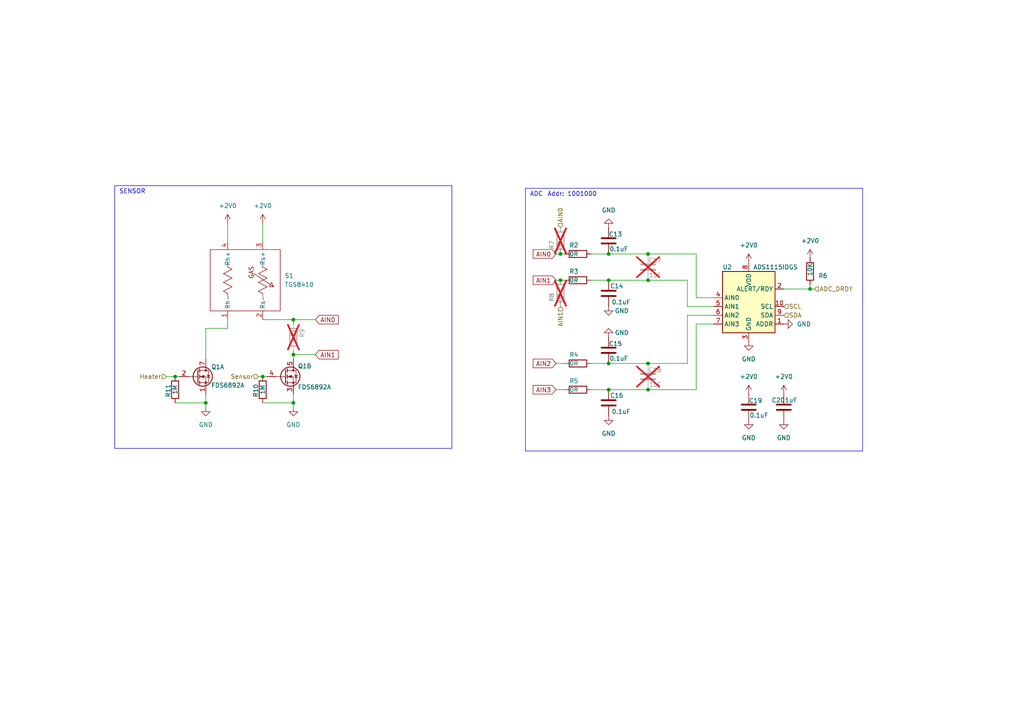
<source format=kicad_sch>
(kicad_sch (version 20231120) (generator "eeschema") (generator_version "8.0")
  (paper "A4")
  (lib_symbols
    (symbol "Analog_ADC:ADS1115IDGS"
      (property "Reference" "U" (at 2.54 13.97 0))
      (property "Value" "ADS1115IDGS" (at 7.62 11.43 0))
      (symbol "ADS1115IDGS_0_1"
        (rectangle (start -7.62 10.16) (end 7.62 -7.62) (stroke (width 0.254)) (fill (type background)))
      )
      (symbol "ADS1115IDGS_1_1"
        (pin input line (at 10.16 -5.08 180) (length 2.54) (name "ADDR") (number "1"))
        (pin input line (at 10.16 0 180) (length 2.54) (name "SCL") (number "10"))
        (pin output line (at 10.16 5.08 180) (length 2.54) (name "ALERT/RDY") (number "2"))
        (pin power_in line (at 0 -10.16 90) (length 2.54) (name "GND") (number "3"))
        (pin input line (at -10.16 2.54 0) (length 2.54) (name "AIN0") (number "4"))
        (pin input line (at -10.16 0 0) (length 2.54) (name "AIN1") (number "5"))
        (pin input line (at -10.16 -2.54 0) (length 2.54) (name "AIN2") (number "6"))
        (pin input line (at -10.16 -5.08 0) (length 2.54) (name "AIN3") (number "7"))
        (pin power_in line (at 0 12.7 270) (length 2.54) (name "VDD") (number "8"))
        (pin bidirectional line (at 10.16 -2.54 180) (length 2.54) (name "SDA") (number "9"))
      )
    )
    (symbol "Library:C" (pin_numbers hide) (pin_names (offset 0.254))
      (property "Reference" "C" (at 0.635 2.54 0))
      (property "Value" "C" (at 0.635 -2.54 0))
      (symbol "C_0_1"
        (polyline (pts (xy -2.032 -0.762) (xy 2.032 -0.762)) (stroke (width 0.508)))
        (polyline (pts (xy -2.032 0.762) (xy 2.032 0.762)) (stroke (width 0.508)))
      )
      (symbol "C_1_1"
        (pin passive line (at 0 3.81 270) (length 2.794) (name "~") (number "1"))
        (pin passive line (at 0 -3.81 90) (length 2.794) (name "~") (number "2"))
      )
    )
    (symbol "Library:R" (pin_numbers hide) (pin_names (offset 0))
      (property "Reference" "R" (at 2.032 0 90))
      (property "Value" "R" (at 0 0 90))
      (symbol "R_0_1"
        (rectangle (start -1.016 -2.54) (end 1.016 2.54) (stroke (width 0.254)))
      )
      (symbol "R_1_1"
        (pin passive line (at 0 3.81 270) (length 1.27) (name "~") (number "1"))
        (pin passive line (at 0 -3.81 90) (length 1.27) (name "~") (number "2"))
      )
    )
    (symbol "Methansense:TGS8410"
      (property "Reference" "S" (at -8.128 11.176 0))
      (property "Value" "TGS8410" (at 0 0 0))
      (symbol "TGS8410_0_1"
        (rectangle (start -8.89 10.16) (end 8.89 -10.16))
        (polyline (pts (xy -1.905 2.54) (xy 1.905 8.255) (xy 0.635 7.62) (xy 1.905 6.985) (xy 1.905 8.255)))
        (polyline (pts (xy -3.81 -5.08) (xy -4.445 -5.08) (xy -3.81 -5.08) (xy -3.81 -5.08) (xy -3.175 -3.81) (xy -1.905 -6.35) (xy -0.635 -3.81) (xy 0.635 -6.35) (xy 1.905 -3.81) (xy 3.175 -6.35) (xy 3.81 -5.08) (xy 3.81 -5.08) (xy 4.445 -5.08)))
        (polyline (pts (xy -3.81 5.08) (xy -4.445 5.08) (xy -3.81 5.08) (xy -3.81 5.08) (xy -3.175 6.35) (xy -1.905 3.81) (xy -0.635 6.35) (xy 0.635 3.81) (xy 1.905 6.35) (xy 3.175 3.81) (xy 3.81 5.08) (xy 3.81 5.08) (xy 4.445 5.08)))
      )
      (symbol "TGS8410_1_1"
        (text "GAS\n" (at -2.286 1.778 0) (effects (font (size 1.27 1.27))))
        (pin power_out line (at 11.43 -5.08 180) (length 2.54) (name "Rh-") (number "1"))
        (pin power_out line (at 11.43 5.08 180) (length 2.54) (name "Rs-") (number "2"))
        (pin power_in line (at -11.43 5.08 0) (length 2.54) (name "Rs+") (number "3"))
        (pin power_in line (at -11.43 -5.08 0) (length 2.54) (name "Rh+") (number "4"))
      )
    )
    (symbol "Transistor_FET:DMG9926USD" (pin_names hide)
      (property "Reference" "Q" (at 5.08 1.905 0))
      (property "Value" "FDS6892A" (at 5.08 0 0))
      (symbol "DMG9926USD_0_1"
        (polyline (pts (xy 0.254 0) (xy -2.54 0)))
        (polyline (pts (xy 0.254 1.905) (xy 0.254 -1.905)) (stroke (width 0.254)))
        (polyline (pts (xy 0.762 -1.27) (xy 0.762 -2.286)) (stroke (width 0.254)))
        (polyline (pts (xy 0.762 0.508) (xy 0.762 -0.508)) (stroke (width 0.254)))
        (polyline (pts (xy 0.762 2.286) (xy 0.762 1.27)) (stroke (width 0.254)))
        (polyline (pts (xy 2.54 2.54) (xy 2.54 1.778)))
        (polyline (pts (xy 2.54 -2.54) (xy 2.54 0) (xy 0.762 0)))
        (polyline (pts (xy 0.762 -1.778) (xy 3.302 -1.778) (xy 3.302 1.778) (xy 0.762 1.778)))
        (polyline (pts (xy 1.016 0) (xy 2.032 0.381) (xy 2.032 -0.381) (xy 1.016 0)) (fill (type outline)))
        (polyline (pts (xy 2.794 0.508) (xy 2.921 0.381) (xy 3.683 0.381) (xy 3.81 0.254)))
        (polyline (pts (xy 3.302 0.381) (xy 2.921 -0.254) (xy 3.683 -0.254) (xy 3.302 0.381)))
        (circle (center 1.651 0) (radius 2.794) (stroke (width 0.254)))
        (circle (center 2.54 -1.778) (radius 0.254) (fill (type outline)))
        (circle (center 2.54 1.778) (radius 0.254) (fill (type outline)))
      )
      (symbol "DMG9926USD_1_1"
        (pin passive line (at 2.54 -5.08 90) (length 2.54) (name "S1") (number "1"))
        (pin passive line (at -5.08 0 0) (length 2.54) (name "G1") (number "2"))
        (pin passive line (at 2.54 5.08 270) (length 2.54) (name "D1") (number "7"))
        (pin passive line (at 2.54 5.08 270) (length 2.54) hide (name "D1") (number "8"))
      )
      (symbol "DMG9926USD_2_1"
        (pin passive line (at 2.54 -5.08 90) (length 2.54) (name "S2") (number "3"))
        (pin passive line (at -5.08 0 0) (length 2.54) (name "G2") (number "4"))
        (pin passive line (at 2.54 5.08 270) (length 2.54) (name "D2") (number "5"))
        (pin passive line (at 2.54 5.08 270) (length 2.54) hide (name "D2") (number "6"))
      )
    )
    (symbol "power:+1V8" (power) (pin_numbers hide) (pin_names (offset 0) hide)
      (property "Value" "+1V8" (at 0 3.556 0))
      (symbol "+1V8_0_1"
        (polyline (pts (xy -0.762 1.27) (xy 0 2.54)))
        (polyline (pts (xy 0 0) (xy 0 2.54)))
        (polyline (pts (xy 0 2.54) (xy 0.762 1.27)))
      )
      (symbol "+1V8_1_1"
        (pin power_in line (at 0 0 90) (length 0) (name "~") (number "1"))
      )
    )
    (symbol "power:GND" (power) (pin_names (offset 0))
      (property "Value" "GND" (at 0 -3.81 0))
      (symbol "GND_0_1"
        (polyline (pts (xy 0 0) (xy 0 -1.27) (xy 1.27 -1.27) (xy 0 -2.54) (xy -1.27 -1.27) (xy 0 -1.27)))
      )
      (symbol "GND_1_1"
        (pin power_in line (at 0 0 270) (length 0) hide (name "GND") (number "1"))
      )
    )
  )
  (junction (at 85.09 92.71))
  (junction (at 176.53 81.28))
  (junction (at 162.56 73.66))
  (junction (at 176.53 105.41))
  (junction (at 187.96 113.03))
  (junction (at 162.56 81.28))
  (junction (at 76.2 109.22))
  (junction (at 85.09 116.84))
  (junction (at 59.69 116.84))
  (junction (at 176.53 113.03))
  (junction (at 176.53 73.66))
  (junction (at 187.96 73.66))
  (junction (at 234.95 83.82))
  (junction (at 187.96 105.41))
  (junction (at 187.96 81.28))
  (junction (at 50.8 109.22))
  (junction (at 85.09 102.87))
  (wire (pts (xy 161.29 113.03) (xy 163.83 113.03)))
  (wire (pts (xy 85.09 92.71) (xy 76.2 92.71)))
  (polyline (pts (xy 152.4 54.61) (xy 152.4 130.81)))
  (wire (pts (xy 199.39 88.9) (xy 207.01 88.9)))
  (wire (pts (xy 201.93 93.98) (xy 201.93 113.03)))
  (wire (pts (xy 199.39 105.41) (xy 199.39 91.44)))
  (wire (pts (xy 161.29 105.41) (xy 163.83 105.41)))
  (wire (pts (xy 66.04 95.25) (xy 66.04 92.71)))
  (polyline (pts (xy 131.064 53.848) (xy 33.274 53.848)))
  (wire (pts (xy 76.2 64.77) (xy 76.2 69.85)))
  (wire (pts (xy 48.26 109.22) (xy 50.8 109.22)))
  (wire (pts (xy 76.2 109.22) (xy 77.47 109.22)))
  (polyline (pts (xy 250.19 130.81) (xy 152.4 130.81)))
  (wire (pts (xy 234.95 82.55) (xy 234.95 83.82)))
  (wire (pts (xy 76.2 116.84) (xy 85.09 116.84)))
  (wire (pts (xy 161.29 73.66) (xy 162.56 73.66)))
  (wire (pts (xy 187.96 113.03) (xy 176.53 113.03)))
  (wire (pts (xy 171.45 113.03) (xy 176.53 113.03)))
  (wire (pts (xy 59.69 116.84) (xy 59.69 114.3)))
  (wire (pts (xy 199.39 91.44) (xy 207.01 91.44)))
  (wire (pts (xy 201.93 113.03) (xy 187.96 113.03)))
  (wire (pts (xy 199.39 81.28) (xy 199.39 88.9)))
  (wire (pts (xy 171.45 73.66) (xy 176.53 73.66)))
  (wire (pts (xy 176.53 73.66) (xy 187.96 73.66)))
  (wire (pts (xy 201.93 86.36) (xy 207.01 86.36)))
  (wire (pts (xy 74.93 109.22) (xy 76.2 109.22)))
  (wire (pts (xy 91.44 92.71) (xy 85.09 92.71)))
  (wire (pts (xy 236.22 83.82) (xy 234.95 83.82)))
  (wire (pts (xy 207.01 93.98) (xy 201.93 93.98)))
  (wire (pts (xy 234.95 83.82) (xy 227.33 83.82)))
  (polyline (pts (xy 250.19 54.61) (xy 250.19 130.81)))
  (wire (pts (xy 176.53 81.28) (xy 187.96 81.28)))
  (wire (pts (xy 187.96 105.41) (xy 199.39 105.41)))
  (wire (pts (xy 59.69 104.14) (xy 59.69 95.25)))
  (polyline (pts (xy 131.064 53.848) (xy 131.064 130.048)))
  (wire (pts (xy 201.93 73.66) (xy 201.93 86.36)))
  (wire (pts (xy 171.45 105.41) (xy 176.53 105.41)))
  (wire (pts (xy 91.44 102.87) (xy 85.09 102.87)))
  (wire (pts (xy 161.29 81.28) (xy 162.56 81.28)))
  (wire (pts (xy 85.09 92.71) (xy 85.09 93.98)))
  (wire (pts (xy 176.53 105.41) (xy 187.96 105.41)))
  (wire (pts (xy 66.04 64.77) (xy 66.04 69.85)))
  (polyline (pts (xy 33.274 53.848) (xy 33.274 130.048)))
  (wire (pts (xy 85.09 102.87) (xy 85.09 104.14)))
  (wire (pts (xy 162.56 73.66) (xy 163.83 73.66)))
  (wire (pts (xy 171.45 81.28) (xy 176.53 81.28)))
  (wire (pts (xy 85.09 116.84) (xy 85.09 114.3)))
  (wire (pts (xy 85.09 118.11) (xy 85.09 116.84)))
  (wire (pts (xy 85.09 101.6) (xy 85.09 102.87)))
  (wire (pts (xy 187.96 81.28) (xy 199.39 81.28)))
  (wire (pts (xy 50.8 109.22) (xy 52.07 109.22)))
  (wire (pts (xy 187.96 73.66) (xy 201.93 73.66)))
  (polyline (pts (xy 250.19 54.61) (xy 152.4 54.61)))
  (wire (pts (xy 50.8 116.84) (xy 59.69 116.84)))
  (wire (pts (xy 162.56 81.28) (xy 163.83 81.28)))
  (polyline (pts (xy 131.064 130.048) (xy 33.274 130.048)))
  (wire (pts (xy 59.69 95.25) (xy 66.04 95.25)))
  (wire (pts (xy 59.69 118.11) (xy 59.69 116.84)))
  (text "ADC" (at 153.67 57.15 0) (effects (font (size 1.27 1.27)) (justify left bottom)))
  (text "Addr: 1001000" (at 158.75 57.15 0) (effects (font (size 1.27 1.27)) (justify left bottom)))
  (text "SENSOR" (at 34.544 56.388 0) (effects (font (size 1.27 1.27)) (justify left bottom)))
  (global_label "AIN3" (shape input) (at 161.29 113.03 180) (property "Intersheetrefs" "${INTERSHEET_REFS}" (effects (hide yes))))
  (global_label "AIN1" (shape input) (at 91.44 102.87 0) (property "Intersheetrefs" "${INTERSHEET_REFS}" (effects (hide yes))))
  (global_label "AIN0" (shape input) (at 91.44 92.71 0) (property "Intersheetrefs" "${INTERSHEET_REFS}" (effects (hide yes))))
  (global_label "AIN1" (shape input) (at 161.29 81.28 180) (property "Intersheetrefs" "${INTERSHEET_REFS}" (effects (hide yes))))
  (global_label "AIN0" (shape input) (at 161.29 73.66 180) (property "Intersheetrefs" "${INTERSHEET_REFS}" (effects (hide yes))))
  (global_label "AIN2" (shape input) (at 161.29 105.41 180) (property "Intersheetrefs" "${INTERSHEET_REFS}" (effects (hide yes))))
  (hierarchical_label "AIN0" (shape input) (at 162.56 66.04 90))
  (hierarchical_label "SCL" (shape input) (at 227.33 88.9 0))
  (hierarchical_label "SDA" (shape input) (at 227.33 91.44 0))
  (hierarchical_label "Sensor" (shape input) (at 74.93 109.22 180))
  (hierarchical_label "ADC_DRDY" (shape input) (at 236.22 83.82 0))
  (hierarchical_label "Heater" (shape input) (at 48.26 109.22 180))
  (hierarchical_label "AIN1" (shape input) (at 162.56 88.9 270))
  (symbol (lib_id "Transistor_FET:DMG9926USD") (at 82.55 109.22 0) (unit 2)
    (property "Reference" "Q1" (at 86.36 106.172 0) (effects (justify left)))
    (property "Value" "FDS6892A" (at 86.36 112.268 0) (effects (justify left)))
    (property "Footprint" "Package_SO:SOIC-8_3.9x4.9mm_P1.27mm" (effects (hide yes)))
    (property "Datasheet" "https://www.onsemi.com/pub/Collateral/FDS6892A-D.pdf" (effects (hide yes)))
    (property "Description" "4.8A Id, 20V Vds, Dual N-Channel MOSFET , 37mOhm Ron, SO-8" (effects (hide yes)))
  )
  (symbol (lib_id "power:GND") (at 217.17 99.06 0) (unit 1)
    (property "Reference" "#PWR018" (effects (hide yes)))
    (property "Value" "GND" (at 217.17 104.14 0))
  )
  (symbol (lib_id "Library:C") (at 176.53 85.09 180) (unit 1)
    (property "Reference" "C14" (at 180.8338 82.9619 0) (effects (justify left)))
    (property "Value" "0.1uF" (at 182.88 87.63 0) (effects (justify left)))
    (property "Footprint" "Capacitor_SMD:C_0402_1005Metric" (effects (hide yes)))
    (property "LCSC Part #" "C307331" (effects (hide yes)))
  )
  (symbol (lib_id "power:+1V8") (at 217.17 76.2 0) (unit 1)
    (property "Reference" "#PWR016" (effects (hide yes)))
    (property "Value" "+2V0" (at 217.17 71.12 0))
    (property "Description" "Power symbol creates a global label with name \"+1V8\"" (effects (hide yes)))
  )
  (symbol (lib_id "power:+1V8") (at 234.95 74.93 0) (unit 1)
    (property "Reference" "#PWR032" (effects (hide yes)))
    (property "Value" "+2V0" (at 234.95 69.85 0))
    (property "Description" "Power symbol creates a global label with name \"+1V8\"" (effects (hide yes)))
  )
  (symbol (lib_id "power:GND") (at 227.33 93.98 90) (unit 1)
    (property "Reference" "#PWR031" (effects (hide yes)))
    (property "Value" "GND" (at 231.14 93.98 90) (effects (justify right)))
  )
  (symbol (lib_id "Library:C") (at 176.53 101.6 0) (unit 1)
    (property "Reference" "C15" (at 176.5581 99.6894 0) (effects (justify left)))
    (property "Value" "0.1uF" (at 176.7304 103.9664 0) (effects (justify left)))
    (property "Footprint" "Capacitor_SMD:C_0402_1005Metric" (effects (hide yes)))
    (property "LCSC Part #" "C307331" (effects (hide yes)))
  )
  (symbol (lib_id "Library:R") (at 162.56 69.85 0) (unit 1) (dnp yes)
    (property "Reference" "R7" (at 160.02 72.39 90) (effects (justify left)))
    (property "Value" "0R" (at 162.56 72.39 90) (effects (justify left)))
    (property "Footprint" "Resistor_SMD:R_0402_1005Metric" (effects (hide yes)))
    (property "LCSC Part #" "C25076" (effects (hide yes)))
  )
  (symbol (lib_id "Transistor_FET:DMG9926USD") (at 57.15 109.22 0) (unit 1)
    (property "Reference" "Q1" (at 61.214 106.426 0) (effects (justify left)))
    (property "Value" "FDS6892A" (at 61.214 111.76 0) (effects (justify left)))
    (property "Footprint" "Package_SO:SOIC-8_3.9x4.9mm_P1.27mm" (effects (hide yes)))
    (property "Datasheet" "https://www.onsemi.com/pub/Collateral/FDS6892A-D.pdf" (effects (hide yes)))
    (property "Description" "4.8A Id, 20V Vds, Dual N-Channel MOSFET , 37mOhm Ron, SO-8" (effects (hide yes)))
  )
  (symbol (lib_id "Library:C") (at 187.96 77.47 0) (unit 1) (dnp yes)
    (property "Reference" "C17" (at 187.9881 75.5594 0) (effects (justify left)))
    (property "Value" "1uF" (at 188.1604 79.8364 0) (effects (justify left)))
    (property "Footprint" "Capacitor_SMD:C_0402_1005Metric" (effects (hide yes)))
    (property "LCSC Part #" "C307331" (effects (hide yes)))
  )
  (symbol (lib_id "Library:C") (at 217.17 118.11 0) (unit 1)
    (property "Reference" "C19" (at 217.1981 116.1994 0) (effects (justify left)))
    (property "Value" "0.1uF" (at 217.3704 120.4764 0) (effects (justify left)))
    (property "Footprint" "Capacitor_SMD:C_0402_1005Metric" (effects (hide yes)))
    (property "LCSC Part #" "C307331" (effects (hide yes)))
  )
  (symbol (lib_id "Library:R") (at 167.64 113.03 270) (unit 1)
    (property "Reference" "R5" (at 165.1 110.49 90) (effects (justify left)))
    (property "Value" "0R" (at 165.1 113.03 90) (effects (justify left)))
    (property "Footprint" "Resistor_SMD:R_0402_1005Metric" (effects (hide yes)))
    (property "LCSC Part #" "C25076" (effects (hide yes)))
  )
  (symbol (lib_id "power:GND") (at 176.53 120.65 0) (unit 1)
    (property "Reference" "#PWR013" (effects (hide yes)))
    (property "Value" "GND" (at 176.53 125.73 0))
  )
  (symbol (lib_id "power:GND") (at 176.53 88.9 0) (unit 1)
    (property "Reference" "#PWR05" (effects (hide yes)))
    (property "Value" "GND" (at 180.34 90.17 0))
  )
  (symbol (lib_id "Library:R") (at 50.8 113.03 180) (unit 1)
    (property "Reference" "R11" (at 48.768 113.284 90))
    (property "Value" "1M" (at 50.8 113.03 90))
    (property "Description" "Resistor" (effects (hide yes)))
  )
  (symbol (lib_id "Library:C") (at 187.96 109.22 0) (unit 1) (dnp yes)
    (property "Reference" "C18" (at 187.9881 107.3094 0) (effects (justify left)))
    (property "Value" "1uF" (at 188.1604 111.5864 0) (effects (justify left)))
    (property "Footprint" "Capacitor_SMD:C_0402_1005Metric" (effects (hide yes)))
    (property "LCSC Part #" "C307331" (effects (hide yes)))
  )
  (symbol (lib_id "Analog_ADC:ADS1115IDGS") (at 217.17 88.9 0) (unit 1)
    (property "Reference" "U2" (at 209.55 77.47 0) (effects (justify left)))
    (property "Value" "ADS1115IDGS" (at 218.44 77.47 0) (effects (justify left)))
    (property "Footprint" "Package_SO:TSSOP-10_3x3mm_P0.5mm" (effects (hide yes)))
    (property "Datasheet" "http://www.ti.com/lit/ds/symlink/ads1113.pdf" (effects (hide yes)))
  )
  (symbol (lib_id "Library:R") (at 167.64 73.66 270) (unit 1)
    (property "Reference" "R2" (at 165.1 71.12 90) (effects (justify left)))
    (property "Value" "0R" (at 165.1 73.66 90) (effects (justify left)))
    (property "Footprint" "Resistor_SMD:R_0402_1005Metric" (effects (hide yes)))
    (property "LCSC Part #" "C25076" (effects (hide yes)))
  )
  (symbol (lib_id "power:GND") (at 59.69 118.11 0) (unit 1)
    (property "Reference" "#PWR038" (effects (hide yes)))
    (property "Value" "GND" (at 59.69 123.19 0))
  )
  (symbol (lib_id "power:GND") (at 176.53 66.04 180) (unit 1)
    (property "Reference" "#PWR01" (effects (hide yes)))
    (property "Value" "GND" (at 176.53 60.96 0))
  )
  (symbol (lib_id "power:GND") (at 85.09 118.11 0) (unit 1)
    (property "Reference" "#PWR037" (effects (hide yes)))
    (property "Value" "GND" (at 85.09 123.19 0))
  )
  (symbol (lib_id "Library:R") (at 85.09 97.79 180) (unit 1) (dnp yes)
    (property "Reference" "R9" (at 87.63 95.25 90) (effects (justify left)))
    (property "Value" "<2k" (at 85.09 95.25 90) (effects (justify left)))
    (property "Footprint" "Resistor_SMD:R_0402_1005Metric" (effects (hide yes)))
  )
  (symbol (lib_id "power:GND") (at 176.53 97.79 180) (unit 1)
    (property "Reference" "#PWR012" (effects (hide yes)))
    (property "Value" "GND" (at 180.34 96.52 0))
  )
  (symbol (lib_id "Library:R") (at 167.64 105.41 270) (unit 1)
    (property "Reference" "R4" (at 165.1 102.87 90) (effects (justify left)))
    (property "Value" "0R" (at 165.1 105.41 90) (effects (justify left)))
    (property "Footprint" "Resistor_SMD:R_0402_1005Metric" (effects (hide yes)))
    (property "LCSC Part #" "C25076" (effects (hide yes)))
  )
  (symbol (lib_id "power:+1V8") (at 66.04 64.77 0) (unit 1)
    (property "Reference" "#PWR041" (effects (hide yes)))
    (property "Value" "+2V0" (at 66.04 59.69 0))
    (property "Description" "Power symbol creates a global label with name \"+1V8\"" (effects (hide yes)))
  )
  (symbol (lib_id "power:GND") (at 227.33 121.92 0) (unit 1)
    (property "Reference" "#PWR036" (effects (hide yes)))
    (property "Value" "GND" (at 227.33 127 0))
  )
  (symbol (lib_id "Library:C") (at 176.53 116.84 180) (unit 1)
    (property "Reference" "C16" (at 180.8338 114.7119 0) (effects (justify left)))
    (property "Value" "0.1uF" (at 182.88 119.38 0) (effects (justify left)))
    (property "Footprint" "Capacitor_SMD:C_0402_1005Metric" (effects (hide yes)))
    (property "LCSC Part #" "C307331" (effects (hide yes)))
  )
  (symbol (lib_id "Library:C") (at 227.33 118.11 0) (unit 1)
    (property "Reference" "C20" (at 223.774 116.078 0) (effects (justify left)))
    (property "Value" "1uF" (at 227.584 116.078 0) (effects (justify left)))
    (property "Footprint" "Capacitor_SMD:C_0402_1005Metric" (effects (hide yes)))
    (property "LCSC Part #" "C307331" (effects (hide yes)))
  )
  (symbol (lib_id "power:+1V8") (at 217.17 114.3 0) (unit 1)
    (property "Reference" "#PWR021" (effects (hide yes)))
    (property "Value" "+2V0" (at 217.17 109.22 0))
    (property "Description" "Power symbol creates a global label with name \"+1V8\"" (effects (hide yes)))
  )
  (symbol (lib_id "power:GND") (at 217.17 121.92 0) (unit 1)
    (property "Reference" "#PWR030" (effects (hide yes)))
    (property "Value" "GND" (at 217.17 127 0))
  )
  (symbol (lib_id "Library:R") (at 76.2 113.03 180) (unit 1)
    (property "Reference" "R10" (at 74.168 113.284 90))
    (property "Value" "1M" (at 76.2 113.03 90))
    (property "Description" "Resistor" (effects (hide yes)))
  )
  (symbol (lib_id "Library:C") (at 176.53 69.85 0) (unit 1)
    (property "Reference" "C13" (at 176.5581 67.9394 0) (effects (justify left)))
    (property "Value" "0.1uF" (at 176.7304 72.2164 0) (effects (justify left)))
    (property "Footprint" "Capacitor_SMD:C_0402_1005Metric" (effects (hide yes)))
    (property "LCSC Part #" "C307331" (effects (hide yes)))
  )
  (symbol (lib_id "Methansense:TGS8410") (at 71.12 81.28 270) (unit 1)
    (property "Reference" "S1" (at 82.55 80.0099 90) (effects (justify left)))
    (property "Value" "TGS8410" (at 82.55 82.5499 90) (effects (justify left)))
    (property "Footprint" "Methanesense:TGS8410" (effects (hide yes)))
    (property "Datasheet" "https://www.figarosensor.com/product/docs/tgs8410_product%20information%28fusa%29_rev05.pdf" (effects (hide yes)))
    (property "Description" "MOX gas sensor" (effects (hide yes)))
  )
  (symbol (lib_id "Library:R") (at 234.95 78.74 180) (unit 1)
    (property "Reference" "R6" (at 240.03 80.01 0) (effects (justify left)))
    (property "Value" "10K" (at 234.95 76.2 90) (effects (justify left)))
    (property "Footprint" "Resistor_SMD:R_0402_1005Metric" (effects (hide yes)))
    (property "LCSC Part #" "C25744" (effects (hide yes)))
  )
  (symbol (lib_id "power:+1V8") (at 76.2 64.77 0) (unit 1)
    (property "Reference" "#PWR039" (effects (hide yes)))
    (property "Value" "+2V0" (at 76.2 59.69 0))
    (property "Description" "Power symbol creates a global label with name \"+1V8\"" (effects (hide yes)))
  )
  (symbol (lib_id "power:+1V8") (at 227.33 114.3 0) (unit 1)
    (property "Reference" "#PWR035" (effects (hide yes)))
    (property "Value" "+2V0" (at 227.33 109.22 0))
    (property "Description" "Power symbol creates a global label with name \"+1V8\"" (effects (hide yes)))
  )
  (symbol (lib_id "Library:R") (at 167.64 81.28 270) (unit 1)
    (property "Reference" "R3" (at 165.1 78.74 90) (effects (justify left)))
    (property "Value" "0R" (at 165.1 81.28 90) (effects (justify left)))
    (property "Footprint" "Resistor_SMD:R_0402_1005Metric" (effects (hide yes)))
    (property "LCSC Part #" "C25076" (effects (hide yes)))
  )
  (symbol (lib_id "Library:R") (at 162.56 85.09 0) (unit 1) (dnp yes)
    (property "Reference" "R8" (at 160.02 87.63 90) (effects (justify left)))
    (property "Value" "0R" (at 162.56 87.63 90) (effects (justify left)))
    (property "Footprint" "Resistor_SMD:R_0402_1005Metric" (effects (hide yes)))
    (property "LCSC Part #" "C25076" (effects (hide yes)))
  )
)
</source>
